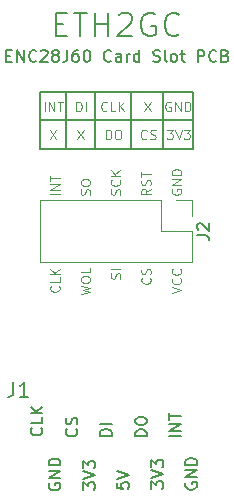
<source format=gbr>
%TF.GenerationSoftware,KiCad,Pcbnew,7.0.7*%
%TF.CreationDate,2024-03-02T19:00:11-05:00*%
%TF.ProjectId,BBAMemCardPCB,4242414d-656d-4436-9172-645043422e6b,rev?*%
%TF.SameCoordinates,Original*%
%TF.FileFunction,Legend,Top*%
%TF.FilePolarity,Positive*%
%FSLAX46Y46*%
G04 Gerber Fmt 4.6, Leading zero omitted, Abs format (unit mm)*
G04 Created by KiCad (PCBNEW 7.0.7) date 2024-03-02 19:00:11*
%MOMM*%
%LPD*%
G01*
G04 APERTURE LIST*
%ADD10C,0.200000*%
%ADD11C,0.150000*%
%ADD12C,0.100000*%
%ADD13C,0.120000*%
G04 APERTURE END LIST*
D10*
X134110168Y-77488019D02*
X134776835Y-77488019D01*
X135062549Y-78535638D02*
X134110168Y-78535638D01*
X134110168Y-78535638D02*
X134110168Y-76535638D01*
X134110168Y-76535638D02*
X135062549Y-76535638D01*
X135633978Y-76535638D02*
X136776835Y-76535638D01*
X136205406Y-78535638D02*
X136205406Y-76535638D01*
X137443502Y-78535638D02*
X137443502Y-76535638D01*
X137443502Y-77488019D02*
X138586359Y-77488019D01*
X138586359Y-78535638D02*
X138586359Y-76535638D01*
X139443502Y-76726114D02*
X139538740Y-76630876D01*
X139538740Y-76630876D02*
X139729216Y-76535638D01*
X139729216Y-76535638D02*
X140205407Y-76535638D01*
X140205407Y-76535638D02*
X140395883Y-76630876D01*
X140395883Y-76630876D02*
X140491121Y-76726114D01*
X140491121Y-76726114D02*
X140586359Y-76916590D01*
X140586359Y-76916590D02*
X140586359Y-77107066D01*
X140586359Y-77107066D02*
X140491121Y-77392780D01*
X140491121Y-77392780D02*
X139348264Y-78535638D01*
X139348264Y-78535638D02*
X140586359Y-78535638D01*
X142491121Y-76630876D02*
X142300645Y-76535638D01*
X142300645Y-76535638D02*
X142014931Y-76535638D01*
X142014931Y-76535638D02*
X141729216Y-76630876D01*
X141729216Y-76630876D02*
X141538740Y-76821352D01*
X141538740Y-76821352D02*
X141443502Y-77011828D01*
X141443502Y-77011828D02*
X141348264Y-77392780D01*
X141348264Y-77392780D02*
X141348264Y-77678495D01*
X141348264Y-77678495D02*
X141443502Y-78059447D01*
X141443502Y-78059447D02*
X141538740Y-78249923D01*
X141538740Y-78249923D02*
X141729216Y-78440400D01*
X141729216Y-78440400D02*
X142014931Y-78535638D01*
X142014931Y-78535638D02*
X142205407Y-78535638D01*
X142205407Y-78535638D02*
X142491121Y-78440400D01*
X142491121Y-78440400D02*
X142586359Y-78345161D01*
X142586359Y-78345161D02*
X142586359Y-77678495D01*
X142586359Y-77678495D02*
X142205407Y-77678495D01*
X144586359Y-78345161D02*
X144491121Y-78440400D01*
X144491121Y-78440400D02*
X144205407Y-78535638D01*
X144205407Y-78535638D02*
X144014931Y-78535638D01*
X144014931Y-78535638D02*
X143729216Y-78440400D01*
X143729216Y-78440400D02*
X143538740Y-78249923D01*
X143538740Y-78249923D02*
X143443502Y-78059447D01*
X143443502Y-78059447D02*
X143348264Y-77678495D01*
X143348264Y-77678495D02*
X143348264Y-77392780D01*
X143348264Y-77392780D02*
X143443502Y-77011828D01*
X143443502Y-77011828D02*
X143538740Y-76821352D01*
X143538740Y-76821352D02*
X143729216Y-76630876D01*
X143729216Y-76630876D02*
X144014931Y-76535638D01*
X144014931Y-76535638D02*
X144205407Y-76535638D01*
X144205407Y-76535638D02*
X144491121Y-76630876D01*
X144491121Y-76630876D02*
X144586359Y-76726114D01*
D11*
X129952979Y-80168809D02*
X130286312Y-80168809D01*
X130429169Y-80692619D02*
X129952979Y-80692619D01*
X129952979Y-80692619D02*
X129952979Y-79692619D01*
X129952979Y-79692619D02*
X130429169Y-79692619D01*
X130857741Y-80692619D02*
X130857741Y-79692619D01*
X130857741Y-79692619D02*
X131429169Y-80692619D01*
X131429169Y-80692619D02*
X131429169Y-79692619D01*
X132476788Y-80597380D02*
X132429169Y-80645000D01*
X132429169Y-80645000D02*
X132286312Y-80692619D01*
X132286312Y-80692619D02*
X132191074Y-80692619D01*
X132191074Y-80692619D02*
X132048217Y-80645000D01*
X132048217Y-80645000D02*
X131952979Y-80549761D01*
X131952979Y-80549761D02*
X131905360Y-80454523D01*
X131905360Y-80454523D02*
X131857741Y-80264047D01*
X131857741Y-80264047D02*
X131857741Y-80121190D01*
X131857741Y-80121190D02*
X131905360Y-79930714D01*
X131905360Y-79930714D02*
X131952979Y-79835476D01*
X131952979Y-79835476D02*
X132048217Y-79740238D01*
X132048217Y-79740238D02*
X132191074Y-79692619D01*
X132191074Y-79692619D02*
X132286312Y-79692619D01*
X132286312Y-79692619D02*
X132429169Y-79740238D01*
X132429169Y-79740238D02*
X132476788Y-79787857D01*
X132857741Y-79787857D02*
X132905360Y-79740238D01*
X132905360Y-79740238D02*
X133000598Y-79692619D01*
X133000598Y-79692619D02*
X133238693Y-79692619D01*
X133238693Y-79692619D02*
X133333931Y-79740238D01*
X133333931Y-79740238D02*
X133381550Y-79787857D01*
X133381550Y-79787857D02*
X133429169Y-79883095D01*
X133429169Y-79883095D02*
X133429169Y-79978333D01*
X133429169Y-79978333D02*
X133381550Y-80121190D01*
X133381550Y-80121190D02*
X132810122Y-80692619D01*
X132810122Y-80692619D02*
X133429169Y-80692619D01*
X134000598Y-80121190D02*
X133905360Y-80073571D01*
X133905360Y-80073571D02*
X133857741Y-80025952D01*
X133857741Y-80025952D02*
X133810122Y-79930714D01*
X133810122Y-79930714D02*
X133810122Y-79883095D01*
X133810122Y-79883095D02*
X133857741Y-79787857D01*
X133857741Y-79787857D02*
X133905360Y-79740238D01*
X133905360Y-79740238D02*
X134000598Y-79692619D01*
X134000598Y-79692619D02*
X134191074Y-79692619D01*
X134191074Y-79692619D02*
X134286312Y-79740238D01*
X134286312Y-79740238D02*
X134333931Y-79787857D01*
X134333931Y-79787857D02*
X134381550Y-79883095D01*
X134381550Y-79883095D02*
X134381550Y-79930714D01*
X134381550Y-79930714D02*
X134333931Y-80025952D01*
X134333931Y-80025952D02*
X134286312Y-80073571D01*
X134286312Y-80073571D02*
X134191074Y-80121190D01*
X134191074Y-80121190D02*
X134000598Y-80121190D01*
X134000598Y-80121190D02*
X133905360Y-80168809D01*
X133905360Y-80168809D02*
X133857741Y-80216428D01*
X133857741Y-80216428D02*
X133810122Y-80311666D01*
X133810122Y-80311666D02*
X133810122Y-80502142D01*
X133810122Y-80502142D02*
X133857741Y-80597380D01*
X133857741Y-80597380D02*
X133905360Y-80645000D01*
X133905360Y-80645000D02*
X134000598Y-80692619D01*
X134000598Y-80692619D02*
X134191074Y-80692619D01*
X134191074Y-80692619D02*
X134286312Y-80645000D01*
X134286312Y-80645000D02*
X134333931Y-80597380D01*
X134333931Y-80597380D02*
X134381550Y-80502142D01*
X134381550Y-80502142D02*
X134381550Y-80311666D01*
X134381550Y-80311666D02*
X134333931Y-80216428D01*
X134333931Y-80216428D02*
X134286312Y-80168809D01*
X134286312Y-80168809D02*
X134191074Y-80121190D01*
X135095836Y-79692619D02*
X135095836Y-80406904D01*
X135095836Y-80406904D02*
X135048217Y-80549761D01*
X135048217Y-80549761D02*
X134952979Y-80645000D01*
X134952979Y-80645000D02*
X134810122Y-80692619D01*
X134810122Y-80692619D02*
X134714884Y-80692619D01*
X136000598Y-79692619D02*
X135810122Y-79692619D01*
X135810122Y-79692619D02*
X135714884Y-79740238D01*
X135714884Y-79740238D02*
X135667265Y-79787857D01*
X135667265Y-79787857D02*
X135572027Y-79930714D01*
X135572027Y-79930714D02*
X135524408Y-80121190D01*
X135524408Y-80121190D02*
X135524408Y-80502142D01*
X135524408Y-80502142D02*
X135572027Y-80597380D01*
X135572027Y-80597380D02*
X135619646Y-80645000D01*
X135619646Y-80645000D02*
X135714884Y-80692619D01*
X135714884Y-80692619D02*
X135905360Y-80692619D01*
X135905360Y-80692619D02*
X136000598Y-80645000D01*
X136000598Y-80645000D02*
X136048217Y-80597380D01*
X136048217Y-80597380D02*
X136095836Y-80502142D01*
X136095836Y-80502142D02*
X136095836Y-80264047D01*
X136095836Y-80264047D02*
X136048217Y-80168809D01*
X136048217Y-80168809D02*
X136000598Y-80121190D01*
X136000598Y-80121190D02*
X135905360Y-80073571D01*
X135905360Y-80073571D02*
X135714884Y-80073571D01*
X135714884Y-80073571D02*
X135619646Y-80121190D01*
X135619646Y-80121190D02*
X135572027Y-80168809D01*
X135572027Y-80168809D02*
X135524408Y-80264047D01*
X136714884Y-79692619D02*
X136810122Y-79692619D01*
X136810122Y-79692619D02*
X136905360Y-79740238D01*
X136905360Y-79740238D02*
X136952979Y-79787857D01*
X136952979Y-79787857D02*
X137000598Y-79883095D01*
X137000598Y-79883095D02*
X137048217Y-80073571D01*
X137048217Y-80073571D02*
X137048217Y-80311666D01*
X137048217Y-80311666D02*
X137000598Y-80502142D01*
X137000598Y-80502142D02*
X136952979Y-80597380D01*
X136952979Y-80597380D02*
X136905360Y-80645000D01*
X136905360Y-80645000D02*
X136810122Y-80692619D01*
X136810122Y-80692619D02*
X136714884Y-80692619D01*
X136714884Y-80692619D02*
X136619646Y-80645000D01*
X136619646Y-80645000D02*
X136572027Y-80597380D01*
X136572027Y-80597380D02*
X136524408Y-80502142D01*
X136524408Y-80502142D02*
X136476789Y-80311666D01*
X136476789Y-80311666D02*
X136476789Y-80073571D01*
X136476789Y-80073571D02*
X136524408Y-79883095D01*
X136524408Y-79883095D02*
X136572027Y-79787857D01*
X136572027Y-79787857D02*
X136619646Y-79740238D01*
X136619646Y-79740238D02*
X136714884Y-79692619D01*
X138810122Y-80597380D02*
X138762503Y-80645000D01*
X138762503Y-80645000D02*
X138619646Y-80692619D01*
X138619646Y-80692619D02*
X138524408Y-80692619D01*
X138524408Y-80692619D02*
X138381551Y-80645000D01*
X138381551Y-80645000D02*
X138286313Y-80549761D01*
X138286313Y-80549761D02*
X138238694Y-80454523D01*
X138238694Y-80454523D02*
X138191075Y-80264047D01*
X138191075Y-80264047D02*
X138191075Y-80121190D01*
X138191075Y-80121190D02*
X138238694Y-79930714D01*
X138238694Y-79930714D02*
X138286313Y-79835476D01*
X138286313Y-79835476D02*
X138381551Y-79740238D01*
X138381551Y-79740238D02*
X138524408Y-79692619D01*
X138524408Y-79692619D02*
X138619646Y-79692619D01*
X138619646Y-79692619D02*
X138762503Y-79740238D01*
X138762503Y-79740238D02*
X138810122Y-79787857D01*
X139667265Y-80692619D02*
X139667265Y-80168809D01*
X139667265Y-80168809D02*
X139619646Y-80073571D01*
X139619646Y-80073571D02*
X139524408Y-80025952D01*
X139524408Y-80025952D02*
X139333932Y-80025952D01*
X139333932Y-80025952D02*
X139238694Y-80073571D01*
X139667265Y-80645000D02*
X139572027Y-80692619D01*
X139572027Y-80692619D02*
X139333932Y-80692619D01*
X139333932Y-80692619D02*
X139238694Y-80645000D01*
X139238694Y-80645000D02*
X139191075Y-80549761D01*
X139191075Y-80549761D02*
X139191075Y-80454523D01*
X139191075Y-80454523D02*
X139238694Y-80359285D01*
X139238694Y-80359285D02*
X139333932Y-80311666D01*
X139333932Y-80311666D02*
X139572027Y-80311666D01*
X139572027Y-80311666D02*
X139667265Y-80264047D01*
X140143456Y-80692619D02*
X140143456Y-80025952D01*
X140143456Y-80216428D02*
X140191075Y-80121190D01*
X140191075Y-80121190D02*
X140238694Y-80073571D01*
X140238694Y-80073571D02*
X140333932Y-80025952D01*
X140333932Y-80025952D02*
X140429170Y-80025952D01*
X141191075Y-80692619D02*
X141191075Y-79692619D01*
X141191075Y-80645000D02*
X141095837Y-80692619D01*
X141095837Y-80692619D02*
X140905361Y-80692619D01*
X140905361Y-80692619D02*
X140810123Y-80645000D01*
X140810123Y-80645000D02*
X140762504Y-80597380D01*
X140762504Y-80597380D02*
X140714885Y-80502142D01*
X140714885Y-80502142D02*
X140714885Y-80216428D01*
X140714885Y-80216428D02*
X140762504Y-80121190D01*
X140762504Y-80121190D02*
X140810123Y-80073571D01*
X140810123Y-80073571D02*
X140905361Y-80025952D01*
X140905361Y-80025952D02*
X141095837Y-80025952D01*
X141095837Y-80025952D02*
X141191075Y-80073571D01*
X142381552Y-80645000D02*
X142524409Y-80692619D01*
X142524409Y-80692619D02*
X142762504Y-80692619D01*
X142762504Y-80692619D02*
X142857742Y-80645000D01*
X142857742Y-80645000D02*
X142905361Y-80597380D01*
X142905361Y-80597380D02*
X142952980Y-80502142D01*
X142952980Y-80502142D02*
X142952980Y-80406904D01*
X142952980Y-80406904D02*
X142905361Y-80311666D01*
X142905361Y-80311666D02*
X142857742Y-80264047D01*
X142857742Y-80264047D02*
X142762504Y-80216428D01*
X142762504Y-80216428D02*
X142572028Y-80168809D01*
X142572028Y-80168809D02*
X142476790Y-80121190D01*
X142476790Y-80121190D02*
X142429171Y-80073571D01*
X142429171Y-80073571D02*
X142381552Y-79978333D01*
X142381552Y-79978333D02*
X142381552Y-79883095D01*
X142381552Y-79883095D02*
X142429171Y-79787857D01*
X142429171Y-79787857D02*
X142476790Y-79740238D01*
X142476790Y-79740238D02*
X142572028Y-79692619D01*
X142572028Y-79692619D02*
X142810123Y-79692619D01*
X142810123Y-79692619D02*
X142952980Y-79740238D01*
X143524409Y-80692619D02*
X143429171Y-80645000D01*
X143429171Y-80645000D02*
X143381552Y-80549761D01*
X143381552Y-80549761D02*
X143381552Y-79692619D01*
X144048219Y-80692619D02*
X143952981Y-80645000D01*
X143952981Y-80645000D02*
X143905362Y-80597380D01*
X143905362Y-80597380D02*
X143857743Y-80502142D01*
X143857743Y-80502142D02*
X143857743Y-80216428D01*
X143857743Y-80216428D02*
X143905362Y-80121190D01*
X143905362Y-80121190D02*
X143952981Y-80073571D01*
X143952981Y-80073571D02*
X144048219Y-80025952D01*
X144048219Y-80025952D02*
X144191076Y-80025952D01*
X144191076Y-80025952D02*
X144286314Y-80073571D01*
X144286314Y-80073571D02*
X144333933Y-80121190D01*
X144333933Y-80121190D02*
X144381552Y-80216428D01*
X144381552Y-80216428D02*
X144381552Y-80502142D01*
X144381552Y-80502142D02*
X144333933Y-80597380D01*
X144333933Y-80597380D02*
X144286314Y-80645000D01*
X144286314Y-80645000D02*
X144191076Y-80692619D01*
X144191076Y-80692619D02*
X144048219Y-80692619D01*
X144667267Y-80025952D02*
X145048219Y-80025952D01*
X144810124Y-79692619D02*
X144810124Y-80549761D01*
X144810124Y-80549761D02*
X144857743Y-80645000D01*
X144857743Y-80645000D02*
X144952981Y-80692619D01*
X144952981Y-80692619D02*
X145048219Y-80692619D01*
X146143458Y-80692619D02*
X146143458Y-79692619D01*
X146143458Y-79692619D02*
X146524410Y-79692619D01*
X146524410Y-79692619D02*
X146619648Y-79740238D01*
X146619648Y-79740238D02*
X146667267Y-79787857D01*
X146667267Y-79787857D02*
X146714886Y-79883095D01*
X146714886Y-79883095D02*
X146714886Y-80025952D01*
X146714886Y-80025952D02*
X146667267Y-80121190D01*
X146667267Y-80121190D02*
X146619648Y-80168809D01*
X146619648Y-80168809D02*
X146524410Y-80216428D01*
X146524410Y-80216428D02*
X146143458Y-80216428D01*
X147714886Y-80597380D02*
X147667267Y-80645000D01*
X147667267Y-80645000D02*
X147524410Y-80692619D01*
X147524410Y-80692619D02*
X147429172Y-80692619D01*
X147429172Y-80692619D02*
X147286315Y-80645000D01*
X147286315Y-80645000D02*
X147191077Y-80549761D01*
X147191077Y-80549761D02*
X147143458Y-80454523D01*
X147143458Y-80454523D02*
X147095839Y-80264047D01*
X147095839Y-80264047D02*
X147095839Y-80121190D01*
X147095839Y-80121190D02*
X147143458Y-79930714D01*
X147143458Y-79930714D02*
X147191077Y-79835476D01*
X147191077Y-79835476D02*
X147286315Y-79740238D01*
X147286315Y-79740238D02*
X147429172Y-79692619D01*
X147429172Y-79692619D02*
X147524410Y-79692619D01*
X147524410Y-79692619D02*
X147667267Y-79740238D01*
X147667267Y-79740238D02*
X147714886Y-79787857D01*
X148476791Y-80168809D02*
X148619648Y-80216428D01*
X148619648Y-80216428D02*
X148667267Y-80264047D01*
X148667267Y-80264047D02*
X148714886Y-80359285D01*
X148714886Y-80359285D02*
X148714886Y-80502142D01*
X148714886Y-80502142D02*
X148667267Y-80597380D01*
X148667267Y-80597380D02*
X148619648Y-80645000D01*
X148619648Y-80645000D02*
X148524410Y-80692619D01*
X148524410Y-80692619D02*
X148143458Y-80692619D01*
X148143458Y-80692619D02*
X148143458Y-79692619D01*
X148143458Y-79692619D02*
X148476791Y-79692619D01*
X148476791Y-79692619D02*
X148572029Y-79740238D01*
X148572029Y-79740238D02*
X148619648Y-79787857D01*
X148619648Y-79787857D02*
X148667267Y-79883095D01*
X148667267Y-79883095D02*
X148667267Y-79978333D01*
X148667267Y-79978333D02*
X148619648Y-80073571D01*
X148619648Y-80073571D02*
X148572029Y-80121190D01*
X148572029Y-80121190D02*
X148476791Y-80168809D01*
X148476791Y-80168809D02*
X148143458Y-80168809D01*
D12*
X141632674Y-84059895D02*
X142166008Y-84859895D01*
X142166008Y-84059895D02*
X141632674Y-84859895D01*
X133606274Y-86447495D02*
X134139608Y-87247495D01*
X134139608Y-86447495D02*
X133606274Y-87247495D01*
X135943074Y-86447495D02*
X136476408Y-87247495D01*
X136476408Y-86447495D02*
X135943074Y-87247495D01*
X133174465Y-84859895D02*
X133174465Y-84059895D01*
X133555417Y-84859895D02*
X133555417Y-84059895D01*
X133555417Y-84059895D02*
X134012560Y-84859895D01*
X134012560Y-84859895D02*
X134012560Y-84059895D01*
X134279226Y-84059895D02*
X134736369Y-84059895D01*
X134507797Y-84859895D02*
X134507797Y-84059895D01*
X138381465Y-87247495D02*
X138381465Y-86447495D01*
X138381465Y-86447495D02*
X138571941Y-86447495D01*
X138571941Y-86447495D02*
X138686227Y-86485590D01*
X138686227Y-86485590D02*
X138762417Y-86561780D01*
X138762417Y-86561780D02*
X138800512Y-86637971D01*
X138800512Y-86637971D02*
X138838608Y-86790352D01*
X138838608Y-86790352D02*
X138838608Y-86904638D01*
X138838608Y-86904638D02*
X138800512Y-87057019D01*
X138800512Y-87057019D02*
X138762417Y-87133209D01*
X138762417Y-87133209D02*
X138686227Y-87209400D01*
X138686227Y-87209400D02*
X138571941Y-87247495D01*
X138571941Y-87247495D02*
X138381465Y-87247495D01*
X139333846Y-86447495D02*
X139486227Y-86447495D01*
X139486227Y-86447495D02*
X139562417Y-86485590D01*
X139562417Y-86485590D02*
X139638608Y-86561780D01*
X139638608Y-86561780D02*
X139676703Y-86714161D01*
X139676703Y-86714161D02*
X139676703Y-86980828D01*
X139676703Y-86980828D02*
X139638608Y-87133209D01*
X139638608Y-87133209D02*
X139562417Y-87209400D01*
X139562417Y-87209400D02*
X139486227Y-87247495D01*
X139486227Y-87247495D02*
X139333846Y-87247495D01*
X139333846Y-87247495D02*
X139257655Y-87209400D01*
X139257655Y-87209400D02*
X139181465Y-87133209D01*
X139181465Y-87133209D02*
X139143369Y-86980828D01*
X139143369Y-86980828D02*
X139143369Y-86714161D01*
X139143369Y-86714161D02*
X139181465Y-86561780D01*
X139181465Y-86561780D02*
X139257655Y-86485590D01*
X139257655Y-86485590D02*
X139333846Y-86447495D01*
X143537674Y-86447495D02*
X144032912Y-86447495D01*
X144032912Y-86447495D02*
X143766246Y-86752257D01*
X143766246Y-86752257D02*
X143880531Y-86752257D01*
X143880531Y-86752257D02*
X143956722Y-86790352D01*
X143956722Y-86790352D02*
X143994817Y-86828447D01*
X143994817Y-86828447D02*
X144032912Y-86904638D01*
X144032912Y-86904638D02*
X144032912Y-87095114D01*
X144032912Y-87095114D02*
X143994817Y-87171304D01*
X143994817Y-87171304D02*
X143956722Y-87209400D01*
X143956722Y-87209400D02*
X143880531Y-87247495D01*
X143880531Y-87247495D02*
X143651960Y-87247495D01*
X143651960Y-87247495D02*
X143575769Y-87209400D01*
X143575769Y-87209400D02*
X143537674Y-87171304D01*
X144261484Y-86447495D02*
X144528151Y-87247495D01*
X144528151Y-87247495D02*
X144794817Y-86447495D01*
X144985293Y-86447495D02*
X145480531Y-86447495D01*
X145480531Y-86447495D02*
X145213865Y-86752257D01*
X145213865Y-86752257D02*
X145328150Y-86752257D01*
X145328150Y-86752257D02*
X145404341Y-86790352D01*
X145404341Y-86790352D02*
X145442436Y-86828447D01*
X145442436Y-86828447D02*
X145480531Y-86904638D01*
X145480531Y-86904638D02*
X145480531Y-87095114D01*
X145480531Y-87095114D02*
X145442436Y-87171304D01*
X145442436Y-87171304D02*
X145404341Y-87209400D01*
X145404341Y-87209400D02*
X145328150Y-87247495D01*
X145328150Y-87247495D02*
X145099579Y-87247495D01*
X145099579Y-87247495D02*
X145023388Y-87209400D01*
X145023388Y-87209400D02*
X144985293Y-87171304D01*
X141810408Y-87171304D02*
X141772312Y-87209400D01*
X141772312Y-87209400D02*
X141658027Y-87247495D01*
X141658027Y-87247495D02*
X141581836Y-87247495D01*
X141581836Y-87247495D02*
X141467550Y-87209400D01*
X141467550Y-87209400D02*
X141391360Y-87133209D01*
X141391360Y-87133209D02*
X141353265Y-87057019D01*
X141353265Y-87057019D02*
X141315169Y-86904638D01*
X141315169Y-86904638D02*
X141315169Y-86790352D01*
X141315169Y-86790352D02*
X141353265Y-86637971D01*
X141353265Y-86637971D02*
X141391360Y-86561780D01*
X141391360Y-86561780D02*
X141467550Y-86485590D01*
X141467550Y-86485590D02*
X141581836Y-86447495D01*
X141581836Y-86447495D02*
X141658027Y-86447495D01*
X141658027Y-86447495D02*
X141772312Y-86485590D01*
X141772312Y-86485590D02*
X141810408Y-86523685D01*
X142115169Y-87209400D02*
X142229455Y-87247495D01*
X142229455Y-87247495D02*
X142419931Y-87247495D01*
X142419931Y-87247495D02*
X142496122Y-87209400D01*
X142496122Y-87209400D02*
X142534217Y-87171304D01*
X142534217Y-87171304D02*
X142572312Y-87095114D01*
X142572312Y-87095114D02*
X142572312Y-87018923D01*
X142572312Y-87018923D02*
X142534217Y-86942733D01*
X142534217Y-86942733D02*
X142496122Y-86904638D01*
X142496122Y-86904638D02*
X142419931Y-86866542D01*
X142419931Y-86866542D02*
X142267550Y-86828447D01*
X142267550Y-86828447D02*
X142191360Y-86790352D01*
X142191360Y-86790352D02*
X142153265Y-86752257D01*
X142153265Y-86752257D02*
X142115169Y-86676066D01*
X142115169Y-86676066D02*
X142115169Y-86599876D01*
X142115169Y-86599876D02*
X142153265Y-86523685D01*
X142153265Y-86523685D02*
X142191360Y-86485590D01*
X142191360Y-86485590D02*
X142267550Y-86447495D01*
X142267550Y-86447495D02*
X142458027Y-86447495D01*
X142458027Y-86447495D02*
X142572312Y-86485590D01*
X135866865Y-84859895D02*
X135866865Y-84059895D01*
X135866865Y-84059895D02*
X136057341Y-84059895D01*
X136057341Y-84059895D02*
X136171627Y-84097990D01*
X136171627Y-84097990D02*
X136247817Y-84174180D01*
X136247817Y-84174180D02*
X136285912Y-84250371D01*
X136285912Y-84250371D02*
X136324008Y-84402752D01*
X136324008Y-84402752D02*
X136324008Y-84517038D01*
X136324008Y-84517038D02*
X136285912Y-84669419D01*
X136285912Y-84669419D02*
X136247817Y-84745609D01*
X136247817Y-84745609D02*
X136171627Y-84821800D01*
X136171627Y-84821800D02*
X136057341Y-84859895D01*
X136057341Y-84859895D02*
X135866865Y-84859895D01*
X136666865Y-84859895D02*
X136666865Y-84059895D01*
X143855112Y-84097990D02*
X143778922Y-84059895D01*
X143778922Y-84059895D02*
X143664636Y-84059895D01*
X143664636Y-84059895D02*
X143550350Y-84097990D01*
X143550350Y-84097990D02*
X143474160Y-84174180D01*
X143474160Y-84174180D02*
X143436065Y-84250371D01*
X143436065Y-84250371D02*
X143397969Y-84402752D01*
X143397969Y-84402752D02*
X143397969Y-84517038D01*
X143397969Y-84517038D02*
X143436065Y-84669419D01*
X143436065Y-84669419D02*
X143474160Y-84745609D01*
X143474160Y-84745609D02*
X143550350Y-84821800D01*
X143550350Y-84821800D02*
X143664636Y-84859895D01*
X143664636Y-84859895D02*
X143740827Y-84859895D01*
X143740827Y-84859895D02*
X143855112Y-84821800D01*
X143855112Y-84821800D02*
X143893208Y-84783704D01*
X143893208Y-84783704D02*
X143893208Y-84517038D01*
X143893208Y-84517038D02*
X143740827Y-84517038D01*
X144236065Y-84859895D02*
X144236065Y-84059895D01*
X144236065Y-84059895D02*
X144693208Y-84859895D01*
X144693208Y-84859895D02*
X144693208Y-84059895D01*
X145074160Y-84859895D02*
X145074160Y-84059895D01*
X145074160Y-84059895D02*
X145264636Y-84059895D01*
X145264636Y-84059895D02*
X145378922Y-84097990D01*
X145378922Y-84097990D02*
X145455112Y-84174180D01*
X145455112Y-84174180D02*
X145493207Y-84250371D01*
X145493207Y-84250371D02*
X145531303Y-84402752D01*
X145531303Y-84402752D02*
X145531303Y-84517038D01*
X145531303Y-84517038D02*
X145493207Y-84669419D01*
X145493207Y-84669419D02*
X145455112Y-84745609D01*
X145455112Y-84745609D02*
X145378922Y-84821800D01*
X145378922Y-84821800D02*
X145264636Y-84859895D01*
X145264636Y-84859895D02*
X145074160Y-84859895D01*
X138457608Y-84783704D02*
X138419512Y-84821800D01*
X138419512Y-84821800D02*
X138305227Y-84859895D01*
X138305227Y-84859895D02*
X138229036Y-84859895D01*
X138229036Y-84859895D02*
X138114750Y-84821800D01*
X138114750Y-84821800D02*
X138038560Y-84745609D01*
X138038560Y-84745609D02*
X138000465Y-84669419D01*
X138000465Y-84669419D02*
X137962369Y-84517038D01*
X137962369Y-84517038D02*
X137962369Y-84402752D01*
X137962369Y-84402752D02*
X138000465Y-84250371D01*
X138000465Y-84250371D02*
X138038560Y-84174180D01*
X138038560Y-84174180D02*
X138114750Y-84097990D01*
X138114750Y-84097990D02*
X138229036Y-84059895D01*
X138229036Y-84059895D02*
X138305227Y-84059895D01*
X138305227Y-84059895D02*
X138419512Y-84097990D01*
X138419512Y-84097990D02*
X138457608Y-84136085D01*
X139181417Y-84859895D02*
X138800465Y-84859895D01*
X138800465Y-84859895D02*
X138800465Y-84059895D01*
X139448084Y-84859895D02*
X139448084Y-84059895D01*
X139905227Y-84859895D02*
X139562369Y-84402752D01*
X139905227Y-84059895D02*
X139448084Y-84517038D01*
D11*
X132765800Y-85661500D02*
X145719800Y-85661500D01*
X143205200Y-83286600D02*
X143205200Y-87960200D01*
X140512800Y-88036400D02*
X140512800Y-83286600D01*
X137490200Y-83286600D02*
X137490200Y-88011000D01*
X135026400Y-83286600D02*
X135026400Y-88011000D01*
X132765800Y-83286600D02*
X145719800Y-83286600D01*
X145719800Y-88036400D01*
X132765800Y-88036400D01*
X132765800Y-83286600D01*
X145145238Y-116335011D02*
X145097619Y-116430249D01*
X145097619Y-116430249D02*
X145097619Y-116573106D01*
X145097619Y-116573106D02*
X145145238Y-116715963D01*
X145145238Y-116715963D02*
X145240476Y-116811201D01*
X145240476Y-116811201D02*
X145335714Y-116858820D01*
X145335714Y-116858820D02*
X145526190Y-116906439D01*
X145526190Y-116906439D02*
X145669047Y-116906439D01*
X145669047Y-116906439D02*
X145859523Y-116858820D01*
X145859523Y-116858820D02*
X145954761Y-116811201D01*
X145954761Y-116811201D02*
X146050000Y-116715963D01*
X146050000Y-116715963D02*
X146097619Y-116573106D01*
X146097619Y-116573106D02*
X146097619Y-116477868D01*
X146097619Y-116477868D02*
X146050000Y-116335011D01*
X146050000Y-116335011D02*
X146002380Y-116287392D01*
X146002380Y-116287392D02*
X145669047Y-116287392D01*
X145669047Y-116287392D02*
X145669047Y-116477868D01*
X146097619Y-115858820D02*
X145097619Y-115858820D01*
X145097619Y-115858820D02*
X146097619Y-115287392D01*
X146097619Y-115287392D02*
X145097619Y-115287392D01*
X146097619Y-114811201D02*
X145097619Y-114811201D01*
X145097619Y-114811201D02*
X145097619Y-114573106D01*
X145097619Y-114573106D02*
X145145238Y-114430249D01*
X145145238Y-114430249D02*
X145240476Y-114335011D01*
X145240476Y-114335011D02*
X145335714Y-114287392D01*
X145335714Y-114287392D02*
X145526190Y-114239773D01*
X145526190Y-114239773D02*
X145669047Y-114239773D01*
X145669047Y-114239773D02*
X145859523Y-114287392D01*
X145859523Y-114287392D02*
X145954761Y-114335011D01*
X145954761Y-114335011D02*
X146050000Y-114430249D01*
X146050000Y-114430249D02*
X146097619Y-114573106D01*
X146097619Y-114573106D02*
X146097619Y-114811201D01*
X142227419Y-116827058D02*
X142227419Y-116208011D01*
X142227419Y-116208011D02*
X142608371Y-116541344D01*
X142608371Y-116541344D02*
X142608371Y-116398487D01*
X142608371Y-116398487D02*
X142655990Y-116303249D01*
X142655990Y-116303249D02*
X142703609Y-116255630D01*
X142703609Y-116255630D02*
X142798847Y-116208011D01*
X142798847Y-116208011D02*
X143036942Y-116208011D01*
X143036942Y-116208011D02*
X143132180Y-116255630D01*
X143132180Y-116255630D02*
X143179800Y-116303249D01*
X143179800Y-116303249D02*
X143227419Y-116398487D01*
X143227419Y-116398487D02*
X143227419Y-116684201D01*
X143227419Y-116684201D02*
X143179800Y-116779439D01*
X143179800Y-116779439D02*
X143132180Y-116827058D01*
X142227419Y-115922296D02*
X143227419Y-115588963D01*
X143227419Y-115588963D02*
X142227419Y-115255630D01*
X142227419Y-115017534D02*
X142227419Y-114398487D01*
X142227419Y-114398487D02*
X142608371Y-114731820D01*
X142608371Y-114731820D02*
X142608371Y-114588963D01*
X142608371Y-114588963D02*
X142655990Y-114493725D01*
X142655990Y-114493725D02*
X142703609Y-114446106D01*
X142703609Y-114446106D02*
X142798847Y-114398487D01*
X142798847Y-114398487D02*
X143036942Y-114398487D01*
X143036942Y-114398487D02*
X143132180Y-114446106D01*
X143132180Y-114446106D02*
X143179800Y-114493725D01*
X143179800Y-114493725D02*
X143227419Y-114588963D01*
X143227419Y-114588963D02*
X143227419Y-114874677D01*
X143227419Y-114874677D02*
X143179800Y-114969915D01*
X143179800Y-114969915D02*
X143132180Y-115017534D01*
X139306419Y-116331830D02*
X139306419Y-116808020D01*
X139306419Y-116808020D02*
X139782609Y-116855639D01*
X139782609Y-116855639D02*
X139734990Y-116808020D01*
X139734990Y-116808020D02*
X139687371Y-116712782D01*
X139687371Y-116712782D02*
X139687371Y-116474687D01*
X139687371Y-116474687D02*
X139734990Y-116379449D01*
X139734990Y-116379449D02*
X139782609Y-116331830D01*
X139782609Y-116331830D02*
X139877847Y-116284211D01*
X139877847Y-116284211D02*
X140115942Y-116284211D01*
X140115942Y-116284211D02*
X140211180Y-116331830D01*
X140211180Y-116331830D02*
X140258800Y-116379449D01*
X140258800Y-116379449D02*
X140306419Y-116474687D01*
X140306419Y-116474687D02*
X140306419Y-116712782D01*
X140306419Y-116712782D02*
X140258800Y-116808020D01*
X140258800Y-116808020D02*
X140211180Y-116855639D01*
X139306419Y-115998496D02*
X140306419Y-115665163D01*
X140306419Y-115665163D02*
X139306419Y-115331830D01*
X144700619Y-112388420D02*
X143700619Y-112388420D01*
X144700619Y-111912230D02*
X143700619Y-111912230D01*
X143700619Y-111912230D02*
X144700619Y-111340802D01*
X144700619Y-111340802D02*
X143700619Y-111340802D01*
X143700619Y-111007468D02*
X143700619Y-110436040D01*
X144700619Y-110721754D02*
X143700619Y-110721754D01*
X141855819Y-112388420D02*
X140855819Y-112388420D01*
X140855819Y-112388420D02*
X140855819Y-112150325D01*
X140855819Y-112150325D02*
X140903438Y-112007468D01*
X140903438Y-112007468D02*
X140998676Y-111912230D01*
X140998676Y-111912230D02*
X141093914Y-111864611D01*
X141093914Y-111864611D02*
X141284390Y-111816992D01*
X141284390Y-111816992D02*
X141427247Y-111816992D01*
X141427247Y-111816992D02*
X141617723Y-111864611D01*
X141617723Y-111864611D02*
X141712961Y-111912230D01*
X141712961Y-111912230D02*
X141808200Y-112007468D01*
X141808200Y-112007468D02*
X141855819Y-112150325D01*
X141855819Y-112150325D02*
X141855819Y-112388420D01*
X140855819Y-111197944D02*
X140855819Y-111007468D01*
X140855819Y-111007468D02*
X140903438Y-110912230D01*
X140903438Y-110912230D02*
X140998676Y-110816992D01*
X140998676Y-110816992D02*
X141189152Y-110769373D01*
X141189152Y-110769373D02*
X141522485Y-110769373D01*
X141522485Y-110769373D02*
X141712961Y-110816992D01*
X141712961Y-110816992D02*
X141808200Y-110912230D01*
X141808200Y-110912230D02*
X141855819Y-111007468D01*
X141855819Y-111007468D02*
X141855819Y-111197944D01*
X141855819Y-111197944D02*
X141808200Y-111293182D01*
X141808200Y-111293182D02*
X141712961Y-111388420D01*
X141712961Y-111388420D02*
X141522485Y-111436039D01*
X141522485Y-111436039D02*
X141189152Y-111436039D01*
X141189152Y-111436039D02*
X140998676Y-111388420D01*
X140998676Y-111388420D02*
X140903438Y-111293182D01*
X140903438Y-111293182D02*
X140855819Y-111197944D01*
X138858619Y-112363020D02*
X137858619Y-112363020D01*
X137858619Y-112363020D02*
X137858619Y-112124925D01*
X137858619Y-112124925D02*
X137906238Y-111982068D01*
X137906238Y-111982068D02*
X138001476Y-111886830D01*
X138001476Y-111886830D02*
X138096714Y-111839211D01*
X138096714Y-111839211D02*
X138287190Y-111791592D01*
X138287190Y-111791592D02*
X138430047Y-111791592D01*
X138430047Y-111791592D02*
X138620523Y-111839211D01*
X138620523Y-111839211D02*
X138715761Y-111886830D01*
X138715761Y-111886830D02*
X138811000Y-111982068D01*
X138811000Y-111982068D02*
X138858619Y-112124925D01*
X138858619Y-112124925D02*
X138858619Y-112363020D01*
X138858619Y-111363020D02*
X137858619Y-111363020D01*
X136436219Y-116928658D02*
X136436219Y-116309611D01*
X136436219Y-116309611D02*
X136817171Y-116642944D01*
X136817171Y-116642944D02*
X136817171Y-116500087D01*
X136817171Y-116500087D02*
X136864790Y-116404849D01*
X136864790Y-116404849D02*
X136912409Y-116357230D01*
X136912409Y-116357230D02*
X137007647Y-116309611D01*
X137007647Y-116309611D02*
X137245742Y-116309611D01*
X137245742Y-116309611D02*
X137340980Y-116357230D01*
X137340980Y-116357230D02*
X137388600Y-116404849D01*
X137388600Y-116404849D02*
X137436219Y-116500087D01*
X137436219Y-116500087D02*
X137436219Y-116785801D01*
X137436219Y-116785801D02*
X137388600Y-116881039D01*
X137388600Y-116881039D02*
X137340980Y-116928658D01*
X136436219Y-116023896D02*
X137436219Y-115690563D01*
X137436219Y-115690563D02*
X136436219Y-115357230D01*
X136436219Y-115119134D02*
X136436219Y-114500087D01*
X136436219Y-114500087D02*
X136817171Y-114833420D01*
X136817171Y-114833420D02*
X136817171Y-114690563D01*
X136817171Y-114690563D02*
X136864790Y-114595325D01*
X136864790Y-114595325D02*
X136912409Y-114547706D01*
X136912409Y-114547706D02*
X137007647Y-114500087D01*
X137007647Y-114500087D02*
X137245742Y-114500087D01*
X137245742Y-114500087D02*
X137340980Y-114547706D01*
X137340980Y-114547706D02*
X137388600Y-114595325D01*
X137388600Y-114595325D02*
X137436219Y-114690563D01*
X137436219Y-114690563D02*
X137436219Y-114976277D01*
X137436219Y-114976277D02*
X137388600Y-115071515D01*
X137388600Y-115071515D02*
X137340980Y-115119134D01*
X135867780Y-111766192D02*
X135915400Y-111813811D01*
X135915400Y-111813811D02*
X135963019Y-111956668D01*
X135963019Y-111956668D02*
X135963019Y-112051906D01*
X135963019Y-112051906D02*
X135915400Y-112194763D01*
X135915400Y-112194763D02*
X135820161Y-112290001D01*
X135820161Y-112290001D02*
X135724923Y-112337620D01*
X135724923Y-112337620D02*
X135534447Y-112385239D01*
X135534447Y-112385239D02*
X135391590Y-112385239D01*
X135391590Y-112385239D02*
X135201114Y-112337620D01*
X135201114Y-112337620D02*
X135105876Y-112290001D01*
X135105876Y-112290001D02*
X135010638Y-112194763D01*
X135010638Y-112194763D02*
X134963019Y-112051906D01*
X134963019Y-112051906D02*
X134963019Y-111956668D01*
X134963019Y-111956668D02*
X135010638Y-111813811D01*
X135010638Y-111813811D02*
X135058257Y-111766192D01*
X135915400Y-111385239D02*
X135963019Y-111242382D01*
X135963019Y-111242382D02*
X135963019Y-111004287D01*
X135963019Y-111004287D02*
X135915400Y-110909049D01*
X135915400Y-110909049D02*
X135867780Y-110861430D01*
X135867780Y-110861430D02*
X135772542Y-110813811D01*
X135772542Y-110813811D02*
X135677304Y-110813811D01*
X135677304Y-110813811D02*
X135582066Y-110861430D01*
X135582066Y-110861430D02*
X135534447Y-110909049D01*
X135534447Y-110909049D02*
X135486828Y-111004287D01*
X135486828Y-111004287D02*
X135439209Y-111194763D01*
X135439209Y-111194763D02*
X135391590Y-111290001D01*
X135391590Y-111290001D02*
X135343971Y-111337620D01*
X135343971Y-111337620D02*
X135248733Y-111385239D01*
X135248733Y-111385239D02*
X135153495Y-111385239D01*
X135153495Y-111385239D02*
X135058257Y-111337620D01*
X135058257Y-111337620D02*
X135010638Y-111290001D01*
X135010638Y-111290001D02*
X134963019Y-111194763D01*
X134963019Y-111194763D02*
X134963019Y-110956668D01*
X134963019Y-110956668D02*
X135010638Y-110813811D01*
X133562838Y-116385811D02*
X133515219Y-116481049D01*
X133515219Y-116481049D02*
X133515219Y-116623906D01*
X133515219Y-116623906D02*
X133562838Y-116766763D01*
X133562838Y-116766763D02*
X133658076Y-116862001D01*
X133658076Y-116862001D02*
X133753314Y-116909620D01*
X133753314Y-116909620D02*
X133943790Y-116957239D01*
X133943790Y-116957239D02*
X134086647Y-116957239D01*
X134086647Y-116957239D02*
X134277123Y-116909620D01*
X134277123Y-116909620D02*
X134372361Y-116862001D01*
X134372361Y-116862001D02*
X134467600Y-116766763D01*
X134467600Y-116766763D02*
X134515219Y-116623906D01*
X134515219Y-116623906D02*
X134515219Y-116528668D01*
X134515219Y-116528668D02*
X134467600Y-116385811D01*
X134467600Y-116385811D02*
X134419980Y-116338192D01*
X134419980Y-116338192D02*
X134086647Y-116338192D01*
X134086647Y-116338192D02*
X134086647Y-116528668D01*
X134515219Y-115909620D02*
X133515219Y-115909620D01*
X133515219Y-115909620D02*
X134515219Y-115338192D01*
X134515219Y-115338192D02*
X133515219Y-115338192D01*
X134515219Y-114862001D02*
X133515219Y-114862001D01*
X133515219Y-114862001D02*
X133515219Y-114623906D01*
X133515219Y-114623906D02*
X133562838Y-114481049D01*
X133562838Y-114481049D02*
X133658076Y-114385811D01*
X133658076Y-114385811D02*
X133753314Y-114338192D01*
X133753314Y-114338192D02*
X133943790Y-114290573D01*
X133943790Y-114290573D02*
X134086647Y-114290573D01*
X134086647Y-114290573D02*
X134277123Y-114338192D01*
X134277123Y-114338192D02*
X134372361Y-114385811D01*
X134372361Y-114385811D02*
X134467600Y-114481049D01*
X134467600Y-114481049D02*
X134515219Y-114623906D01*
X134515219Y-114623906D02*
X134515219Y-114862001D01*
X132895980Y-111689992D02*
X132943600Y-111737611D01*
X132943600Y-111737611D02*
X132991219Y-111880468D01*
X132991219Y-111880468D02*
X132991219Y-111975706D01*
X132991219Y-111975706D02*
X132943600Y-112118563D01*
X132943600Y-112118563D02*
X132848361Y-112213801D01*
X132848361Y-112213801D02*
X132753123Y-112261420D01*
X132753123Y-112261420D02*
X132562647Y-112309039D01*
X132562647Y-112309039D02*
X132419790Y-112309039D01*
X132419790Y-112309039D02*
X132229314Y-112261420D01*
X132229314Y-112261420D02*
X132134076Y-112213801D01*
X132134076Y-112213801D02*
X132038838Y-112118563D01*
X132038838Y-112118563D02*
X131991219Y-111975706D01*
X131991219Y-111975706D02*
X131991219Y-111880468D01*
X131991219Y-111880468D02*
X132038838Y-111737611D01*
X132038838Y-111737611D02*
X132086457Y-111689992D01*
X132991219Y-110785230D02*
X132991219Y-111261420D01*
X132991219Y-111261420D02*
X131991219Y-111261420D01*
X132991219Y-110451896D02*
X131991219Y-110451896D01*
X132991219Y-109880468D02*
X132419790Y-110309039D01*
X131991219Y-109880468D02*
X132562647Y-110451896D01*
D12*
X134372904Y-99658988D02*
X134411000Y-99697084D01*
X134411000Y-99697084D02*
X134449095Y-99811369D01*
X134449095Y-99811369D02*
X134449095Y-99887560D01*
X134449095Y-99887560D02*
X134411000Y-100001846D01*
X134411000Y-100001846D02*
X134334809Y-100078036D01*
X134334809Y-100078036D02*
X134258619Y-100116131D01*
X134258619Y-100116131D02*
X134106238Y-100154227D01*
X134106238Y-100154227D02*
X133991952Y-100154227D01*
X133991952Y-100154227D02*
X133839571Y-100116131D01*
X133839571Y-100116131D02*
X133763380Y-100078036D01*
X133763380Y-100078036D02*
X133687190Y-100001846D01*
X133687190Y-100001846D02*
X133649095Y-99887560D01*
X133649095Y-99887560D02*
X133649095Y-99811369D01*
X133649095Y-99811369D02*
X133687190Y-99697084D01*
X133687190Y-99697084D02*
X133725285Y-99658988D01*
X134449095Y-98935179D02*
X134449095Y-99316131D01*
X134449095Y-99316131D02*
X133649095Y-99316131D01*
X134449095Y-98668512D02*
X133649095Y-98668512D01*
X134449095Y-98211369D02*
X133991952Y-98554227D01*
X133649095Y-98211369D02*
X134106238Y-98668512D01*
X136225095Y-100344703D02*
X137025095Y-100154227D01*
X137025095Y-100154227D02*
X136453666Y-100001846D01*
X136453666Y-100001846D02*
X137025095Y-99849465D01*
X137025095Y-99849465D02*
X136225095Y-99658989D01*
X136225095Y-99201845D02*
X136225095Y-99049464D01*
X136225095Y-99049464D02*
X136263190Y-98973274D01*
X136263190Y-98973274D02*
X136339380Y-98897083D01*
X136339380Y-98897083D02*
X136491761Y-98858988D01*
X136491761Y-98858988D02*
X136758428Y-98858988D01*
X136758428Y-98858988D02*
X136910809Y-98897083D01*
X136910809Y-98897083D02*
X136987000Y-98973274D01*
X136987000Y-98973274D02*
X137025095Y-99049464D01*
X137025095Y-99049464D02*
X137025095Y-99201845D01*
X137025095Y-99201845D02*
X136987000Y-99278036D01*
X136987000Y-99278036D02*
X136910809Y-99354226D01*
X136910809Y-99354226D02*
X136758428Y-99392322D01*
X136758428Y-99392322D02*
X136491761Y-99392322D01*
X136491761Y-99392322D02*
X136339380Y-99354226D01*
X136339380Y-99354226D02*
X136263190Y-99278036D01*
X136263190Y-99278036D02*
X136225095Y-99201845D01*
X137025095Y-98135179D02*
X137025095Y-98516131D01*
X137025095Y-98516131D02*
X136225095Y-98516131D01*
X139563000Y-99049465D02*
X139601095Y-98935179D01*
X139601095Y-98935179D02*
X139601095Y-98744703D01*
X139601095Y-98744703D02*
X139563000Y-98668512D01*
X139563000Y-98668512D02*
X139524904Y-98630417D01*
X139524904Y-98630417D02*
X139448714Y-98592322D01*
X139448714Y-98592322D02*
X139372523Y-98592322D01*
X139372523Y-98592322D02*
X139296333Y-98630417D01*
X139296333Y-98630417D02*
X139258238Y-98668512D01*
X139258238Y-98668512D02*
X139220142Y-98744703D01*
X139220142Y-98744703D02*
X139182047Y-98897084D01*
X139182047Y-98897084D02*
X139143952Y-98973274D01*
X139143952Y-98973274D02*
X139105857Y-99011369D01*
X139105857Y-99011369D02*
X139029666Y-99049465D01*
X139029666Y-99049465D02*
X138953476Y-99049465D01*
X138953476Y-99049465D02*
X138877285Y-99011369D01*
X138877285Y-99011369D02*
X138839190Y-98973274D01*
X138839190Y-98973274D02*
X138801095Y-98897084D01*
X138801095Y-98897084D02*
X138801095Y-98706607D01*
X138801095Y-98706607D02*
X138839190Y-98592322D01*
X139601095Y-98249464D02*
X138801095Y-98249464D01*
X142100904Y-98973274D02*
X142139000Y-99011370D01*
X142139000Y-99011370D02*
X142177095Y-99125655D01*
X142177095Y-99125655D02*
X142177095Y-99201846D01*
X142177095Y-99201846D02*
X142139000Y-99316132D01*
X142139000Y-99316132D02*
X142062809Y-99392322D01*
X142062809Y-99392322D02*
X141986619Y-99430417D01*
X141986619Y-99430417D02*
X141834238Y-99468513D01*
X141834238Y-99468513D02*
X141719952Y-99468513D01*
X141719952Y-99468513D02*
X141567571Y-99430417D01*
X141567571Y-99430417D02*
X141491380Y-99392322D01*
X141491380Y-99392322D02*
X141415190Y-99316132D01*
X141415190Y-99316132D02*
X141377095Y-99201846D01*
X141377095Y-99201846D02*
X141377095Y-99125655D01*
X141377095Y-99125655D02*
X141415190Y-99011370D01*
X141415190Y-99011370D02*
X141453285Y-98973274D01*
X142139000Y-98668513D02*
X142177095Y-98554227D01*
X142177095Y-98554227D02*
X142177095Y-98363751D01*
X142177095Y-98363751D02*
X142139000Y-98287560D01*
X142139000Y-98287560D02*
X142100904Y-98249465D01*
X142100904Y-98249465D02*
X142024714Y-98211370D01*
X142024714Y-98211370D02*
X141948523Y-98211370D01*
X141948523Y-98211370D02*
X141872333Y-98249465D01*
X141872333Y-98249465D02*
X141834238Y-98287560D01*
X141834238Y-98287560D02*
X141796142Y-98363751D01*
X141796142Y-98363751D02*
X141758047Y-98516132D01*
X141758047Y-98516132D02*
X141719952Y-98592322D01*
X141719952Y-98592322D02*
X141681857Y-98630417D01*
X141681857Y-98630417D02*
X141605666Y-98668513D01*
X141605666Y-98668513D02*
X141529476Y-98668513D01*
X141529476Y-98668513D02*
X141453285Y-98630417D01*
X141453285Y-98630417D02*
X141415190Y-98592322D01*
X141415190Y-98592322D02*
X141377095Y-98516132D01*
X141377095Y-98516132D02*
X141377095Y-98325655D01*
X141377095Y-98325655D02*
X141415190Y-98211370D01*
X143953095Y-100268512D02*
X144753095Y-100001845D01*
X144753095Y-100001845D02*
X143953095Y-99735179D01*
X144676904Y-99011369D02*
X144715000Y-99049465D01*
X144715000Y-99049465D02*
X144753095Y-99163750D01*
X144753095Y-99163750D02*
X144753095Y-99239941D01*
X144753095Y-99239941D02*
X144715000Y-99354227D01*
X144715000Y-99354227D02*
X144638809Y-99430417D01*
X144638809Y-99430417D02*
X144562619Y-99468512D01*
X144562619Y-99468512D02*
X144410238Y-99506608D01*
X144410238Y-99506608D02*
X144295952Y-99506608D01*
X144295952Y-99506608D02*
X144143571Y-99468512D01*
X144143571Y-99468512D02*
X144067380Y-99430417D01*
X144067380Y-99430417D02*
X143991190Y-99354227D01*
X143991190Y-99354227D02*
X143953095Y-99239941D01*
X143953095Y-99239941D02*
X143953095Y-99163750D01*
X143953095Y-99163750D02*
X143991190Y-99049465D01*
X143991190Y-99049465D02*
X144029285Y-99011369D01*
X144676904Y-98211369D02*
X144715000Y-98249465D01*
X144715000Y-98249465D02*
X144753095Y-98363750D01*
X144753095Y-98363750D02*
X144753095Y-98439941D01*
X144753095Y-98439941D02*
X144715000Y-98554227D01*
X144715000Y-98554227D02*
X144638809Y-98630417D01*
X144638809Y-98630417D02*
X144562619Y-98668512D01*
X144562619Y-98668512D02*
X144410238Y-98706608D01*
X144410238Y-98706608D02*
X144295952Y-98706608D01*
X144295952Y-98706608D02*
X144143571Y-98668512D01*
X144143571Y-98668512D02*
X144067380Y-98630417D01*
X144067380Y-98630417D02*
X143991190Y-98554227D01*
X143991190Y-98554227D02*
X143953095Y-98439941D01*
X143953095Y-98439941D02*
X143953095Y-98363750D01*
X143953095Y-98363750D02*
X143991190Y-98249465D01*
X143991190Y-98249465D02*
X144029285Y-98211369D01*
X134449095Y-91894934D02*
X133649095Y-91894934D01*
X134449095Y-91513982D02*
X133649095Y-91513982D01*
X133649095Y-91513982D02*
X134449095Y-91056839D01*
X134449095Y-91056839D02*
X133649095Y-91056839D01*
X133649095Y-90790173D02*
X133649095Y-90333030D01*
X134449095Y-90561602D02*
X133649095Y-90561602D01*
X136987000Y-91933030D02*
X137025095Y-91818744D01*
X137025095Y-91818744D02*
X137025095Y-91628268D01*
X137025095Y-91628268D02*
X136987000Y-91552077D01*
X136987000Y-91552077D02*
X136948904Y-91513982D01*
X136948904Y-91513982D02*
X136872714Y-91475887D01*
X136872714Y-91475887D02*
X136796523Y-91475887D01*
X136796523Y-91475887D02*
X136720333Y-91513982D01*
X136720333Y-91513982D02*
X136682238Y-91552077D01*
X136682238Y-91552077D02*
X136644142Y-91628268D01*
X136644142Y-91628268D02*
X136606047Y-91780649D01*
X136606047Y-91780649D02*
X136567952Y-91856839D01*
X136567952Y-91856839D02*
X136529857Y-91894934D01*
X136529857Y-91894934D02*
X136453666Y-91933030D01*
X136453666Y-91933030D02*
X136377476Y-91933030D01*
X136377476Y-91933030D02*
X136301285Y-91894934D01*
X136301285Y-91894934D02*
X136263190Y-91856839D01*
X136263190Y-91856839D02*
X136225095Y-91780649D01*
X136225095Y-91780649D02*
X136225095Y-91590172D01*
X136225095Y-91590172D02*
X136263190Y-91475887D01*
X136225095Y-90980648D02*
X136225095Y-90828267D01*
X136225095Y-90828267D02*
X136263190Y-90752077D01*
X136263190Y-90752077D02*
X136339380Y-90675886D01*
X136339380Y-90675886D02*
X136491761Y-90637791D01*
X136491761Y-90637791D02*
X136758428Y-90637791D01*
X136758428Y-90637791D02*
X136910809Y-90675886D01*
X136910809Y-90675886D02*
X136987000Y-90752077D01*
X136987000Y-90752077D02*
X137025095Y-90828267D01*
X137025095Y-90828267D02*
X137025095Y-90980648D01*
X137025095Y-90980648D02*
X136987000Y-91056839D01*
X136987000Y-91056839D02*
X136910809Y-91133029D01*
X136910809Y-91133029D02*
X136758428Y-91171125D01*
X136758428Y-91171125D02*
X136491761Y-91171125D01*
X136491761Y-91171125D02*
X136339380Y-91133029D01*
X136339380Y-91133029D02*
X136263190Y-91056839D01*
X136263190Y-91056839D02*
X136225095Y-90980648D01*
X139563000Y-91933030D02*
X139601095Y-91818744D01*
X139601095Y-91818744D02*
X139601095Y-91628268D01*
X139601095Y-91628268D02*
X139563000Y-91552077D01*
X139563000Y-91552077D02*
X139524904Y-91513982D01*
X139524904Y-91513982D02*
X139448714Y-91475887D01*
X139448714Y-91475887D02*
X139372523Y-91475887D01*
X139372523Y-91475887D02*
X139296333Y-91513982D01*
X139296333Y-91513982D02*
X139258238Y-91552077D01*
X139258238Y-91552077D02*
X139220142Y-91628268D01*
X139220142Y-91628268D02*
X139182047Y-91780649D01*
X139182047Y-91780649D02*
X139143952Y-91856839D01*
X139143952Y-91856839D02*
X139105857Y-91894934D01*
X139105857Y-91894934D02*
X139029666Y-91933030D01*
X139029666Y-91933030D02*
X138953476Y-91933030D01*
X138953476Y-91933030D02*
X138877285Y-91894934D01*
X138877285Y-91894934D02*
X138839190Y-91856839D01*
X138839190Y-91856839D02*
X138801095Y-91780649D01*
X138801095Y-91780649D02*
X138801095Y-91590172D01*
X138801095Y-91590172D02*
X138839190Y-91475887D01*
X139524904Y-90675886D02*
X139563000Y-90713982D01*
X139563000Y-90713982D02*
X139601095Y-90828267D01*
X139601095Y-90828267D02*
X139601095Y-90904458D01*
X139601095Y-90904458D02*
X139563000Y-91018744D01*
X139563000Y-91018744D02*
X139486809Y-91094934D01*
X139486809Y-91094934D02*
X139410619Y-91133029D01*
X139410619Y-91133029D02*
X139258238Y-91171125D01*
X139258238Y-91171125D02*
X139143952Y-91171125D01*
X139143952Y-91171125D02*
X138991571Y-91133029D01*
X138991571Y-91133029D02*
X138915380Y-91094934D01*
X138915380Y-91094934D02*
X138839190Y-91018744D01*
X138839190Y-91018744D02*
X138801095Y-90904458D01*
X138801095Y-90904458D02*
X138801095Y-90828267D01*
X138801095Y-90828267D02*
X138839190Y-90713982D01*
X138839190Y-90713982D02*
X138877285Y-90675886D01*
X139601095Y-90333029D02*
X138801095Y-90333029D01*
X139601095Y-89875886D02*
X139143952Y-90218744D01*
X138801095Y-89875886D02*
X139258238Y-90333029D01*
X142177095Y-91437791D02*
X141796142Y-91704458D01*
X142177095Y-91894934D02*
X141377095Y-91894934D01*
X141377095Y-91894934D02*
X141377095Y-91590172D01*
X141377095Y-91590172D02*
X141415190Y-91513982D01*
X141415190Y-91513982D02*
X141453285Y-91475887D01*
X141453285Y-91475887D02*
X141529476Y-91437791D01*
X141529476Y-91437791D02*
X141643761Y-91437791D01*
X141643761Y-91437791D02*
X141719952Y-91475887D01*
X141719952Y-91475887D02*
X141758047Y-91513982D01*
X141758047Y-91513982D02*
X141796142Y-91590172D01*
X141796142Y-91590172D02*
X141796142Y-91894934D01*
X142139000Y-91133030D02*
X142177095Y-91018744D01*
X142177095Y-91018744D02*
X142177095Y-90828268D01*
X142177095Y-90828268D02*
X142139000Y-90752077D01*
X142139000Y-90752077D02*
X142100904Y-90713982D01*
X142100904Y-90713982D02*
X142024714Y-90675887D01*
X142024714Y-90675887D02*
X141948523Y-90675887D01*
X141948523Y-90675887D02*
X141872333Y-90713982D01*
X141872333Y-90713982D02*
X141834238Y-90752077D01*
X141834238Y-90752077D02*
X141796142Y-90828268D01*
X141796142Y-90828268D02*
X141758047Y-90980649D01*
X141758047Y-90980649D02*
X141719952Y-91056839D01*
X141719952Y-91056839D02*
X141681857Y-91094934D01*
X141681857Y-91094934D02*
X141605666Y-91133030D01*
X141605666Y-91133030D02*
X141529476Y-91133030D01*
X141529476Y-91133030D02*
X141453285Y-91094934D01*
X141453285Y-91094934D02*
X141415190Y-91056839D01*
X141415190Y-91056839D02*
X141377095Y-90980649D01*
X141377095Y-90980649D02*
X141377095Y-90790172D01*
X141377095Y-90790172D02*
X141415190Y-90675887D01*
X141377095Y-90447315D02*
X141377095Y-89990172D01*
X142177095Y-90218744D02*
X141377095Y-90218744D01*
X143991190Y-91475887D02*
X143953095Y-91552077D01*
X143953095Y-91552077D02*
X143953095Y-91666363D01*
X143953095Y-91666363D02*
X143991190Y-91780649D01*
X143991190Y-91780649D02*
X144067380Y-91856839D01*
X144067380Y-91856839D02*
X144143571Y-91894934D01*
X144143571Y-91894934D02*
X144295952Y-91933030D01*
X144295952Y-91933030D02*
X144410238Y-91933030D01*
X144410238Y-91933030D02*
X144562619Y-91894934D01*
X144562619Y-91894934D02*
X144638809Y-91856839D01*
X144638809Y-91856839D02*
X144715000Y-91780649D01*
X144715000Y-91780649D02*
X144753095Y-91666363D01*
X144753095Y-91666363D02*
X144753095Y-91590172D01*
X144753095Y-91590172D02*
X144715000Y-91475887D01*
X144715000Y-91475887D02*
X144676904Y-91437791D01*
X144676904Y-91437791D02*
X144410238Y-91437791D01*
X144410238Y-91437791D02*
X144410238Y-91590172D01*
X144753095Y-91094934D02*
X143953095Y-91094934D01*
X143953095Y-91094934D02*
X144753095Y-90637791D01*
X144753095Y-90637791D02*
X143953095Y-90637791D01*
X144753095Y-90256839D02*
X143953095Y-90256839D01*
X143953095Y-90256839D02*
X143953095Y-90066363D01*
X143953095Y-90066363D02*
X143991190Y-89952077D01*
X143991190Y-89952077D02*
X144067380Y-89875887D01*
X144067380Y-89875887D02*
X144143571Y-89837792D01*
X144143571Y-89837792D02*
X144295952Y-89799696D01*
X144295952Y-89799696D02*
X144410238Y-89799696D01*
X144410238Y-89799696D02*
X144562619Y-89837792D01*
X144562619Y-89837792D02*
X144638809Y-89875887D01*
X144638809Y-89875887D02*
X144715000Y-89952077D01*
X144715000Y-89952077D02*
X144753095Y-90066363D01*
X144753095Y-90066363D02*
X144753095Y-90256839D01*
D11*
X146082219Y-95361333D02*
X146796504Y-95361333D01*
X146796504Y-95361333D02*
X146939361Y-95408952D01*
X146939361Y-95408952D02*
X147034600Y-95504190D01*
X147034600Y-95504190D02*
X147082219Y-95647047D01*
X147082219Y-95647047D02*
X147082219Y-95742285D01*
X146177457Y-94932761D02*
X146129838Y-94885142D01*
X146129838Y-94885142D02*
X146082219Y-94789904D01*
X146082219Y-94789904D02*
X146082219Y-94551809D01*
X146082219Y-94551809D02*
X146129838Y-94456571D01*
X146129838Y-94456571D02*
X146177457Y-94408952D01*
X146177457Y-94408952D02*
X146272695Y-94361333D01*
X146272695Y-94361333D02*
X146367933Y-94361333D01*
X146367933Y-94361333D02*
X146510790Y-94408952D01*
X146510790Y-94408952D02*
X147082219Y-94980380D01*
X147082219Y-94980380D02*
X147082219Y-94361333D01*
X130539067Y-107793126D02*
X130539067Y-108700269D01*
X130539067Y-108700269D02*
X130478590Y-108881697D01*
X130478590Y-108881697D02*
X130357638Y-109002650D01*
X130357638Y-109002650D02*
X130176209Y-109063126D01*
X130176209Y-109063126D02*
X130055257Y-109063126D01*
X131809067Y-109063126D02*
X131083352Y-109063126D01*
X131446209Y-109063126D02*
X131446209Y-107793126D01*
X131446209Y-107793126D02*
X131325257Y-107974554D01*
X131325257Y-107974554D02*
X131204305Y-108095507D01*
X131204305Y-108095507D02*
X131083352Y-108155983D01*
D13*
%TO.C,J2*%
X144297400Y-92428000D02*
X145627400Y-92428000D01*
X143027400Y-92428000D02*
X132807400Y-92428000D01*
X145627400Y-95028000D02*
X145627400Y-97628000D01*
X143027400Y-92428000D02*
X143027400Y-95028000D01*
X145627400Y-92428000D02*
X145627400Y-93758000D01*
X143027400Y-95028000D02*
X145627400Y-95028000D01*
X132807400Y-92428000D02*
X132807400Y-97628000D01*
X145627400Y-97628000D02*
X132807400Y-97628000D01*
%TD*%
M02*

</source>
